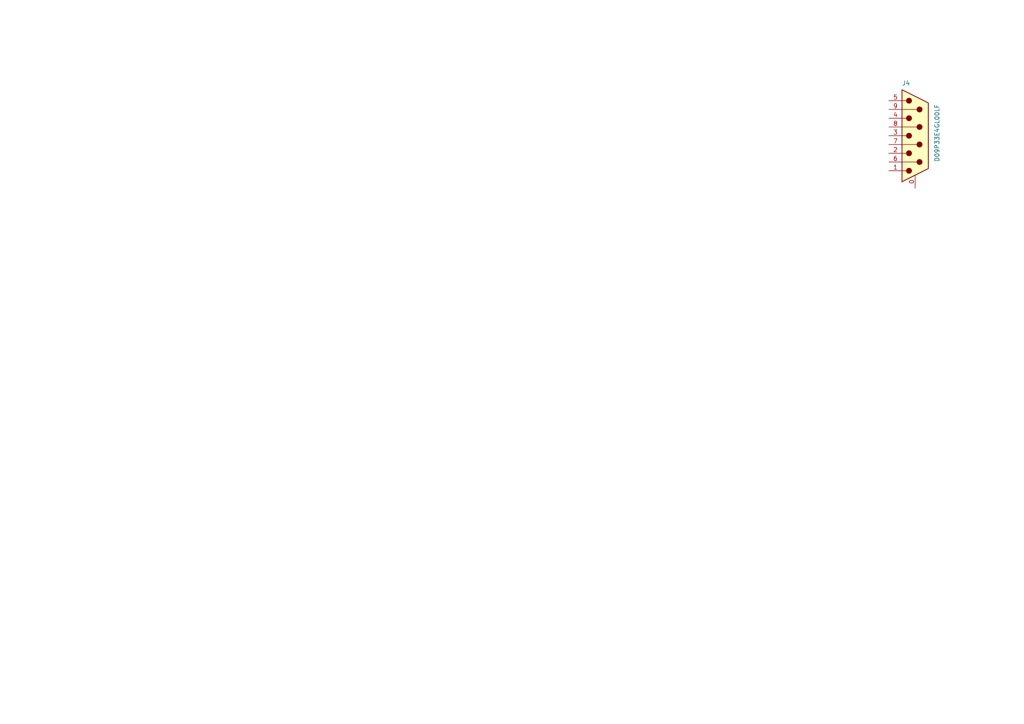
<source format=kicad_sch>
(kicad_sch (version 20230121) (generator eeschema)
  (paper "A4")
  (lib_symbols
    (symbol "Connector:DE9_Plug_MountingHoles" (pin_names (offset 1.016) hide)
      (property "Reference" "J" (at 0 16.51 0))
      (property "Value" "DE9_Plug_MountingHoles" (at 0 14.605 0))
      (symbol "DE9_Plug_MountingHoles_0_1"
        (circle (center -1.778 -10.16) (radius 0.762) (fill (type outline)))
        (circle (center -1.778 -5.08) (radius 0.762) (fill (type outline)))
        (circle (center -1.778 0) (radius 0.762) (fill (type outline)))
        (circle (center -1.778 5.08) (radius 0.762) (fill (type outline)))
        (circle (center -1.778 10.16) (radius 0.762) (fill (type outline)))
        (polyline (pts (xy -3.81 -10.16) (xy -2.54 -10.16)))
        (polyline (pts (xy -3.81 -7.62) (xy 0.508 -7.62)))
        (polyline (pts (xy -3.81 -5.08) (xy -2.54 -5.08)))
        (polyline (pts (xy -3.81 -2.54) (xy 0.508 -2.54)))
        (polyline (pts (xy -3.81 0) (xy -2.54 0)))
        (polyline (pts (xy -3.81 2.54) (xy 0.508 2.54)))
        (polyline (pts (xy -3.81 5.08) (xy -2.54 5.08)))
        (polyline (pts (xy -3.81 7.62) (xy 0.508 7.62)))
        (polyline (pts (xy -3.81 10.16) (xy -2.54 10.16)))
        (polyline (pts (xy -3.81 -13.335) (xy -3.81 13.335) (xy 3.81 9.525) (xy 3.81 -9.525) (xy -3.81 -13.335)) (stroke (width 0.254)) (fill (type background)))
        (circle (center 1.27 -7.62) (radius 0.762) (fill (type outline)))
        (circle (center 1.27 -2.54) (radius 0.762) (fill (type outline)))
        (circle (center 1.27 2.54) (radius 0.762) (fill (type outline)))
        (circle (center 1.27 7.62) (radius 0.762) (fill (type outline)))
      )
      (symbol "DE9_Plug_MountingHoles_1_1"
        (pin passive line (at 0 -15.24 90) (length 3.81) (name "PAD") (number "0"))
        (pin passive line (at -7.62 -10.16 0) (length 3.81) (name "1") (number "1"))
        (pin passive line (at -7.62 -5.08 0) (length 3.81) (name "2") (number "2"))
        (pin passive line (at -7.62 0 0) (length 3.81) (name "3") (number "3"))
        (pin passive line (at -7.62 5.08 0) (length 3.81) (name "4") (number "4"))
        (pin passive line (at -7.62 10.16 0) (length 3.81) (name "5") (number "5"))
        (pin passive line (at -7.62 -7.62 0) (length 3.81) (name "6") (number "6"))
        (pin passive line (at -7.62 -2.54 0) (length 3.81) (name "7") (number "7"))
        (pin passive line (at -7.62 2.54 0) (length 3.81) (name "8") (number "8"))
        (pin passive line (at -7.62 7.62 0) (length 3.81) (name "9") (number "9"))
      )
    )
  )
  (symbol (lib_id "Connector:DE9_Plug_MountingHoles") (at 265.43 39.37 0) (unit 1)
    (property "Reference" "J4" (at 261.62 24.13 0) (effects (justify left)))
    (property "Value" "D09P33E4GL00LF" (at 271.78 46.99 90) (effects (justify left)))
    (property "Footprint" "vhrd_connector_amphenol:D09P33E4GL00LF" (effects hide))
    (property "Datasheet" " ~" (effects hide))
    (instances (project "vb125_eth_fdcan_pro" (path "" (reference "J4") (unit 1)) (path "" (reference "J5") (unit 1))))
  )
)
</source>
